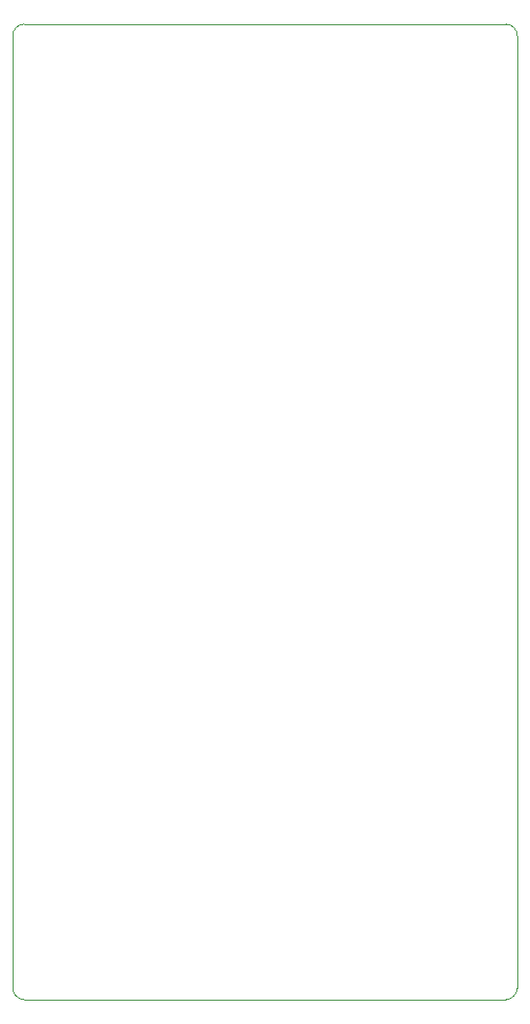
<source format=gbr>
%TF.GenerationSoftware,Altium Limited,Altium Designer,25.6.2 (33)*%
G04 Layer_Color=0*
%FSLAX45Y45*%
%MOMM*%
%TF.SameCoordinates,4265A882-CCA4-4A53-A555-757F884491BB*%
%TF.FilePolarity,Positive*%
%TF.FileFunction,Profile,NP*%
%TF.Part,Single*%
G01*
G75*
%TA.AperFunction,Profile*%
%ADD122C,0.02540*%
D122*
X-2200000Y100000D02*
G03*
X-2100000Y-0I100000J0D01*
G01*
X2100000D01*
D02*
G03*
X2200000Y100000I0J100000D01*
G01*
X2199999Y8400000D01*
D02*
G03*
X2100000Y8500001I-100000J0D01*
G01*
X-2100000Y8500000D01*
D02*
G03*
X-2200000Y8400000I-0J-100000D01*
G01*
Y100000D01*
%TF.MD5,198d503f96b0317444112d46192e67c0*%
M02*

</source>
